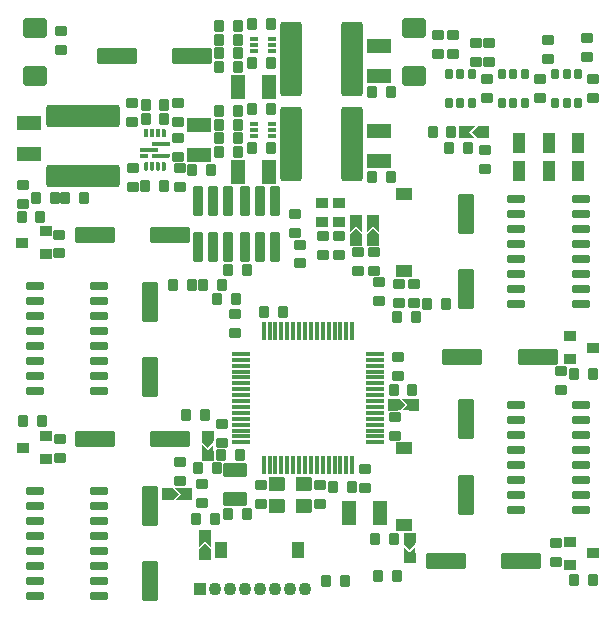
<source format=gts>
G04*
G04 #@! TF.GenerationSoftware,Altium Limited,Altium Designer,24.9.1 (31)*
G04*
G04 Layer_Color=8388736*
%FSLAX44Y44*%
%MOMM*%
G71*
G04*
G04 #@! TF.SameCoordinates,22428939-7FEC-4B67-BCAF-D19850B6772B*
G04*
G04*
G04 #@! TF.FilePolarity,Negative*
G04*
G01*
G75*
G04:AMPARAMS|DCode=39|XSize=0.78mm|YSize=0.98mm|CornerRadius=0.075mm|HoleSize=0mm|Usage=FLASHONLY|Rotation=180.000|XOffset=0mm|YOffset=0mm|HoleType=Round|Shape=RoundedRectangle|*
%AMROUNDEDRECTD39*
21,1,0.7800,0.8300,0,0,180.0*
21,1,0.6300,0.9800,0,0,180.0*
1,1,0.1500,-0.3150,0.4150*
1,1,0.1500,0.3150,0.4150*
1,1,0.1500,0.3150,-0.4150*
1,1,0.1500,-0.3150,-0.4150*
%
%ADD39ROUNDEDRECTD39*%
G04:AMPARAMS|DCode=40|XSize=3.38mm|YSize=1.38mm|CornerRadius=0.105mm|HoleSize=0mm|Usage=FLASHONLY|Rotation=180.000|XOffset=0mm|YOffset=0mm|HoleType=Round|Shape=RoundedRectangle|*
%AMROUNDEDRECTD40*
21,1,3.3800,1.1700,0,0,180.0*
21,1,3.1700,1.3800,0,0,180.0*
1,1,0.2100,-1.5850,0.5850*
1,1,0.2100,1.5850,0.5850*
1,1,0.2100,1.5850,-0.5850*
1,1,0.2100,-1.5850,-0.5850*
%
%ADD40ROUNDEDRECTD40*%
G04:AMPARAMS|DCode=41|XSize=0.38mm|YSize=0.75mm|CornerRadius=0.0775mm|HoleSize=0mm|Usage=FLASHONLY|Rotation=270.000|XOffset=0mm|YOffset=0mm|HoleType=Round|Shape=RoundedRectangle|*
%AMROUNDEDRECTD41*
21,1,0.3800,0.5950,0,0,270.0*
21,1,0.2250,0.7500,0,0,270.0*
1,1,0.1550,-0.2975,-0.1125*
1,1,0.1550,-0.2975,0.1125*
1,1,0.1550,0.2975,0.1125*
1,1,0.1550,0.2975,-0.1125*
%
%ADD41ROUNDEDRECTD41*%
G04:AMPARAMS|DCode=42|XSize=0.8928mm|YSize=0.98mm|CornerRadius=0.0806mm|HoleSize=0mm|Usage=FLASHONLY|Rotation=180.000|XOffset=0mm|YOffset=0mm|HoleType=Round|Shape=RoundedRectangle|*
%AMROUNDEDRECTD42*
21,1,0.8928,0.8187,0,0,180.0*
21,1,0.7315,0.9800,0,0,180.0*
1,1,0.1613,-0.3658,0.4094*
1,1,0.1613,0.3658,0.4094*
1,1,0.1613,0.3658,-0.4094*
1,1,0.1613,-0.3658,-0.4094*
%
%ADD42ROUNDEDRECTD42*%
G04:AMPARAMS|DCode=43|XSize=0.8928mm|YSize=0.98mm|CornerRadius=0.0806mm|HoleSize=0mm|Usage=FLASHONLY|Rotation=90.000|XOffset=0mm|YOffset=0mm|HoleType=Round|Shape=RoundedRectangle|*
%AMROUNDEDRECTD43*
21,1,0.8928,0.8187,0,0,90.0*
21,1,0.7315,0.9800,0,0,90.0*
1,1,0.1613,0.4094,0.3658*
1,1,0.1613,0.4094,-0.3658*
1,1,0.1613,-0.4094,-0.3658*
1,1,0.1613,-0.4094,0.3658*
%
%ADD43ROUNDEDRECTD43*%
G04:AMPARAMS|DCode=44|XSize=3.38mm|YSize=1.38mm|CornerRadius=0.105mm|HoleSize=0mm|Usage=FLASHONLY|Rotation=90.000|XOffset=0mm|YOffset=0mm|HoleType=Round|Shape=RoundedRectangle|*
%AMROUNDEDRECTD44*
21,1,3.3800,1.1700,0,0,90.0*
21,1,3.1700,1.3800,0,0,90.0*
1,1,0.2100,0.5850,1.5850*
1,1,0.2100,0.5850,-1.5850*
1,1,0.2100,-0.5850,-1.5850*
1,1,0.2100,-0.5850,1.5850*
%
%ADD44ROUNDEDRECTD44*%
G04:AMPARAMS|DCode=45|XSize=1.23mm|YSize=1.98mm|CornerRadius=0.0975mm|HoleSize=0mm|Usage=FLASHONLY|Rotation=270.000|XOffset=0mm|YOffset=0mm|HoleType=Round|Shape=RoundedRectangle|*
%AMROUNDEDRECTD45*
21,1,1.2300,1.7850,0,0,270.0*
21,1,1.0350,1.9800,0,0,270.0*
1,1,0.1950,-0.8925,-0.5175*
1,1,0.1950,-0.8925,0.5175*
1,1,0.1950,0.8925,0.5175*
1,1,0.1950,0.8925,-0.5175*
%
%ADD45ROUNDEDRECTD45*%
G04:AMPARAMS|DCode=46|XSize=1.38mm|YSize=1.18mm|CornerRadius=0.095mm|HoleSize=0mm|Usage=FLASHONLY|Rotation=180.000|XOffset=0mm|YOffset=0mm|HoleType=Round|Shape=RoundedRectangle|*
%AMROUNDEDRECTD46*
21,1,1.3800,0.9900,0,0,180.0*
21,1,1.1900,1.1800,0,0,180.0*
1,1,0.1900,-0.5950,0.4950*
1,1,0.1900,0.5950,0.4950*
1,1,0.1900,0.5950,-0.4950*
1,1,0.1900,-0.5950,-0.4950*
%
%ADD46ROUNDEDRECTD46*%
G04:AMPARAMS|DCode=47|XSize=0.68mm|YSize=1.53mm|CornerRadius=0.115mm|HoleSize=0mm|Usage=FLASHONLY|Rotation=90.000|XOffset=0mm|YOffset=0mm|HoleType=Round|Shape=RoundedRectangle|*
%AMROUNDEDRECTD47*
21,1,0.6800,1.3000,0,0,90.0*
21,1,0.4500,1.5300,0,0,90.0*
1,1,0.2300,0.6500,0.2250*
1,1,0.2300,0.6500,-0.2250*
1,1,0.2300,-0.6500,-0.2250*
1,1,0.2300,-0.6500,0.2250*
%
%ADD47ROUNDEDRECTD47*%
G04:AMPARAMS|DCode=48|XSize=0.63mm|YSize=0.88mm|CornerRadius=0.1088mm|HoleSize=0mm|Usage=FLASHONLY|Rotation=0.000|XOffset=0mm|YOffset=0mm|HoleType=Round|Shape=RoundedRectangle|*
%AMROUNDEDRECTD48*
21,1,0.6300,0.6625,0,0,0.0*
21,1,0.4125,0.8800,0,0,0.0*
1,1,0.2175,0.2063,-0.3313*
1,1,0.2175,-0.2063,-0.3313*
1,1,0.2175,-0.2063,0.3313*
1,1,0.2175,0.2063,0.3313*
%
%ADD48ROUNDEDRECTD48*%
G04:AMPARAMS|DCode=49|XSize=1.55mm|YSize=0.38mm|CornerRadius=0.0775mm|HoleSize=0mm|Usage=FLASHONLY|Rotation=90.000|XOffset=0mm|YOffset=0mm|HoleType=Round|Shape=RoundedRectangle|*
%AMROUNDEDRECTD49*
21,1,1.5500,0.2250,0,0,90.0*
21,1,1.3950,0.3800,0,0,90.0*
1,1,0.1550,0.1125,0.6975*
1,1,0.1550,0.1125,-0.6975*
1,1,0.1550,-0.1125,-0.6975*
1,1,0.1550,-0.1125,0.6975*
%
%ADD49ROUNDEDRECTD49*%
G04:AMPARAMS|DCode=50|XSize=0.38mm|YSize=1.55mm|CornerRadius=0.0775mm|HoleSize=0mm|Usage=FLASHONLY|Rotation=90.000|XOffset=0mm|YOffset=0mm|HoleType=Round|Shape=RoundedRectangle|*
%AMROUNDEDRECTD50*
21,1,0.3800,1.3950,0,0,90.0*
21,1,0.2250,1.5500,0,0,90.0*
1,1,0.1550,0.6975,0.1125*
1,1,0.1550,0.6975,-0.1125*
1,1,0.1550,-0.6975,-0.1125*
1,1,0.1550,-0.6975,0.1125*
%
%ADD50ROUNDEDRECTD50*%
%ADD51R,1.0800X1.6800*%
%ADD52R,1.4800X0.9800*%
%ADD53R,0.9800X1.4800*%
G04:AMPARAMS|DCode=54|XSize=0.78mm|YSize=0.98mm|CornerRadius=0.075mm|HoleSize=0mm|Usage=FLASHONLY|Rotation=90.000|XOffset=0mm|YOffset=0mm|HoleType=Round|Shape=RoundedRectangle|*
%AMROUNDEDRECTD54*
21,1,0.7800,0.8300,0,0,90.0*
21,1,0.6300,0.9800,0,0,90.0*
1,1,0.1500,0.4150,0.3150*
1,1,0.1500,0.4150,-0.3150*
1,1,0.1500,-0.4150,-0.3150*
1,1,0.1500,-0.4150,0.3150*
%
%ADD54ROUNDEDRECTD54*%
G04:AMPARAMS|DCode=55|XSize=0.88mm|YSize=1.08mm|CornerRadius=0.08mm|HoleSize=0mm|Usage=FLASHONLY|Rotation=270.000|XOffset=0mm|YOffset=0mm|HoleType=Round|Shape=RoundedRectangle|*
%AMROUNDEDRECTD55*
21,1,0.8800,0.9200,0,0,270.0*
21,1,0.7200,1.0800,0,0,270.0*
1,1,0.1600,-0.4600,-0.3600*
1,1,0.1600,-0.4600,0.3600*
1,1,0.1600,0.4600,0.3600*
1,1,0.1600,0.4600,-0.3600*
%
%ADD55ROUNDEDRECTD55*%
G04:AMPARAMS|DCode=56|XSize=6.28mm|YSize=1.88mm|CornerRadius=0.265mm|HoleSize=0mm|Usage=FLASHONLY|Rotation=90.000|XOffset=0mm|YOffset=0mm|HoleType=Round|Shape=RoundedRectangle|*
%AMROUNDEDRECTD56*
21,1,6.2800,1.3500,0,0,90.0*
21,1,5.7500,1.8800,0,0,90.0*
1,1,0.5300,0.6750,2.8750*
1,1,0.5300,0.6750,-2.8750*
1,1,0.5300,-0.6750,-2.8750*
1,1,0.5300,-0.6750,2.8750*
%
%ADD56ROUNDEDRECTD56*%
G04:AMPARAMS|DCode=57|XSize=6.28mm|YSize=1.88mm|CornerRadius=0.265mm|HoleSize=0mm|Usage=FLASHONLY|Rotation=180.000|XOffset=0mm|YOffset=0mm|HoleType=Round|Shape=RoundedRectangle|*
%AMROUNDEDRECTD57*
21,1,6.2800,1.3500,0,0,180.0*
21,1,5.7500,1.8800,0,0,180.0*
1,1,0.5300,-2.8750,0.6750*
1,1,0.5300,2.8750,0.6750*
1,1,0.5300,2.8750,-0.6750*
1,1,0.5300,-2.8750,-0.6750*
%
%ADD57ROUNDEDRECTD57*%
G04:AMPARAMS|DCode=58|XSize=0.84mm|YSize=2.48mm|CornerRadius=0.135mm|HoleSize=0mm|Usage=FLASHONLY|Rotation=0.000|XOffset=0mm|YOffset=0mm|HoleType=Round|Shape=RoundedRectangle|*
%AMROUNDEDRECTD58*
21,1,0.8400,2.2100,0,0,0.0*
21,1,0.5700,2.4800,0,0,0.0*
1,1,0.2700,0.2850,-1.1050*
1,1,0.2700,-0.2850,-1.1050*
1,1,0.2700,-0.2850,1.1050*
1,1,0.2700,0.2850,1.1050*
%
%ADD58ROUNDEDRECTD58*%
G04:AMPARAMS|DCode=59|XSize=0.88mm|YSize=0.98mm|CornerRadius=0.08mm|HoleSize=0mm|Usage=FLASHONLY|Rotation=90.000|XOffset=0mm|YOffset=0mm|HoleType=Round|Shape=RoundedRectangle|*
%AMROUNDEDRECTD59*
21,1,0.8800,0.8200,0,0,90.0*
21,1,0.7200,0.9800,0,0,90.0*
1,1,0.1600,0.4100,0.3600*
1,1,0.1600,0.4100,-0.3600*
1,1,0.1600,-0.4100,-0.3600*
1,1,0.1600,-0.4100,0.3600*
%
%ADD59ROUNDEDRECTD59*%
G04:AMPARAMS|DCode=60|XSize=1.68mm|YSize=1.98mm|CornerRadius=0.24mm|HoleSize=0mm|Usage=FLASHONLY|Rotation=90.000|XOffset=0mm|YOffset=0mm|HoleType=Round|Shape=RoundedRectangle|*
%AMROUNDEDRECTD60*
21,1,1.6800,1.5000,0,0,90.0*
21,1,1.2000,1.9800,0,0,90.0*
1,1,0.4800,0.7500,0.6000*
1,1,0.4800,0.7500,-0.6000*
1,1,0.4800,-0.7500,-0.6000*
1,1,0.4800,-0.7500,0.6000*
%
%ADD60ROUNDEDRECTD60*%
G04:AMPARAMS|DCode=61|XSize=1.18mm|YSize=2.08mm|CornerRadius=0.095mm|HoleSize=0mm|Usage=FLASHONLY|Rotation=0.000|XOffset=0mm|YOffset=0mm|HoleType=Round|Shape=RoundedRectangle|*
%AMROUNDEDRECTD61*
21,1,1.1800,1.8900,0,0,0.0*
21,1,0.9900,2.0800,0,0,0.0*
1,1,0.1900,0.4950,-0.9450*
1,1,0.1900,-0.4950,-0.9450*
1,1,0.1900,-0.4950,0.9450*
1,1,0.1900,0.4950,0.9450*
%
%ADD61ROUNDEDRECTD61*%
G04:AMPARAMS|DCode=62|XSize=1.18mm|YSize=2.08mm|CornerRadius=0.095mm|HoleSize=0mm|Usage=FLASHONLY|Rotation=270.000|XOffset=0mm|YOffset=0mm|HoleType=Round|Shape=RoundedRectangle|*
%AMROUNDEDRECTD62*
21,1,1.1800,1.8900,0,0,270.0*
21,1,0.9900,2.0800,0,0,270.0*
1,1,0.1900,-0.9450,-0.4950*
1,1,0.1900,-0.9450,0.4950*
1,1,0.1900,0.9450,0.4950*
1,1,0.1900,0.9450,-0.4950*
%
%ADD62ROUNDEDRECTD62*%
%ADD63C,1.0900*%
%ADD64R,1.0900X1.0900*%
G36*
X1128806Y902629D02*
X1128866D01*
X1128916Y902619D01*
X1128966Y902609D01*
X1129016Y902589D01*
X1129066Y902569D01*
X1129116Y902549D01*
X1129156Y902529D01*
X1129206Y902509D01*
X1129246Y902479D01*
X1129296Y902449D01*
X1129336Y902419D01*
X1129376Y902379D01*
X1129416Y902349D01*
X1129446Y902309D01*
X1129486Y902269D01*
X1129516Y902229D01*
X1129546Y902179D01*
X1129576Y902139D01*
X1129596Y902089D01*
X1129616Y902049D01*
X1129636Y901999D01*
X1129656Y901949D01*
X1129676Y901899D01*
X1129686Y901849D01*
X1129696Y901799D01*
Y901739D01*
X1129706Y901689D01*
Y901639D01*
Y896639D01*
Y896589D01*
X1129696Y896539D01*
Y896479D01*
X1129686Y896429D01*
X1129676Y896379D01*
X1129656Y896329D01*
X1129636Y896279D01*
X1129616Y896229D01*
X1129596Y896189D01*
X1129576Y896139D01*
X1129546Y896099D01*
X1129516Y896049D01*
X1129486Y896009D01*
X1129446Y895969D01*
X1129416Y895929D01*
X1129376Y895899D01*
X1129336Y895859D01*
X1129296Y895829D01*
X1129246Y895799D01*
X1129206Y895769D01*
X1129156Y895749D01*
X1129116Y895729D01*
X1129066Y895709D01*
X1129016Y895689D01*
X1128966Y895669D01*
X1128916Y895659D01*
X1128866Y895649D01*
X1128806D01*
X1128756Y895639D01*
X1127156D01*
X1127106Y895649D01*
X1127046D01*
X1126996Y895659D01*
X1126946Y895669D01*
X1126896Y895689D01*
X1126846Y895709D01*
X1126796Y895729D01*
X1126756Y895749D01*
X1126706Y895769D01*
X1126666Y895799D01*
X1126616Y895829D01*
X1126576Y895859D01*
X1126536Y895899D01*
X1126496Y895929D01*
X1126466Y895969D01*
X1126426Y896009D01*
X1126396Y896049D01*
X1126366Y896099D01*
X1126336Y896139D01*
X1126316Y896189D01*
X1126296Y896229D01*
X1126276Y896279D01*
X1126256Y896329D01*
X1126236Y896379D01*
X1126226Y896429D01*
X1126216Y896479D01*
Y896539D01*
X1126206Y896589D01*
Y896639D01*
Y901639D01*
Y901689D01*
X1126216Y901739D01*
Y901799D01*
X1126226Y901849D01*
X1126236Y901899D01*
X1126256Y901949D01*
X1126276Y901999D01*
X1126296Y902049D01*
X1126316Y902089D01*
X1126336Y902139D01*
X1126366Y902179D01*
X1126396Y902229D01*
X1126426Y902269D01*
X1126466Y902309D01*
X1126496Y902349D01*
X1126536Y902379D01*
X1126576Y902419D01*
X1126616Y902449D01*
X1126666Y902479D01*
X1126706Y902509D01*
X1126756Y902529D01*
X1126796Y902549D01*
X1126846Y902569D01*
X1126896Y902589D01*
X1126946Y902609D01*
X1126996Y902619D01*
X1127046Y902629D01*
X1127106D01*
X1127156Y902639D01*
X1128756D01*
X1128806Y902629D01*
D02*
G37*
G36*
X1123806D02*
X1123866D01*
X1123916Y902619D01*
X1123966Y902609D01*
X1124016Y902589D01*
X1124066Y902569D01*
X1124116Y902549D01*
X1124156Y902529D01*
X1124206Y902509D01*
X1124246Y902479D01*
X1124296Y902449D01*
X1124336Y902419D01*
X1124376Y902379D01*
X1124416Y902349D01*
X1124446Y902309D01*
X1124486Y902269D01*
X1124516Y902229D01*
X1124546Y902179D01*
X1124576Y902139D01*
X1124596Y902089D01*
X1124616Y902049D01*
X1124636Y901999D01*
X1124656Y901949D01*
X1124676Y901899D01*
X1124686Y901849D01*
X1124696Y901799D01*
Y901739D01*
X1124706Y901689D01*
Y901639D01*
Y896639D01*
Y896589D01*
X1124696Y896539D01*
Y896479D01*
X1124686Y896429D01*
X1124676Y896379D01*
X1124656Y896329D01*
X1124636Y896279D01*
X1124616Y896229D01*
X1124596Y896189D01*
X1124576Y896139D01*
X1124546Y896099D01*
X1124516Y896049D01*
X1124486Y896009D01*
X1124446Y895969D01*
X1124416Y895929D01*
X1124376Y895899D01*
X1124336Y895859D01*
X1124296Y895829D01*
X1124246Y895799D01*
X1124206Y895769D01*
X1124156Y895749D01*
X1124116Y895729D01*
X1124066Y895709D01*
X1124016Y895689D01*
X1123966Y895669D01*
X1123916Y895659D01*
X1123866Y895649D01*
X1123806D01*
X1123756Y895639D01*
X1122156D01*
X1122106Y895649D01*
X1122046D01*
X1121996Y895659D01*
X1121946Y895669D01*
X1121896Y895689D01*
X1121846Y895709D01*
X1121796Y895729D01*
X1121756Y895749D01*
X1121706Y895769D01*
X1121666Y895799D01*
X1121616Y895829D01*
X1121576Y895859D01*
X1121536Y895899D01*
X1121496Y895929D01*
X1121466Y895969D01*
X1121426Y896009D01*
X1121396Y896049D01*
X1121366Y896099D01*
X1121336Y896139D01*
X1121316Y896189D01*
X1121296Y896229D01*
X1121276Y896279D01*
X1121256Y896329D01*
X1121236Y896379D01*
X1121226Y896429D01*
X1121216Y896479D01*
Y896539D01*
X1121206Y896589D01*
Y896639D01*
Y901639D01*
Y901689D01*
X1121216Y901739D01*
Y901799D01*
X1121226Y901849D01*
X1121236Y901899D01*
X1121256Y901949D01*
X1121276Y901999D01*
X1121296Y902049D01*
X1121316Y902089D01*
X1121336Y902139D01*
X1121366Y902179D01*
X1121396Y902229D01*
X1121426Y902269D01*
X1121466Y902309D01*
X1121496Y902349D01*
X1121536Y902379D01*
X1121576Y902419D01*
X1121616Y902449D01*
X1121666Y902479D01*
X1121706Y902509D01*
X1121756Y902529D01*
X1121796Y902549D01*
X1121846Y902569D01*
X1121896Y902589D01*
X1121946Y902609D01*
X1121996Y902619D01*
X1122046Y902629D01*
X1122106D01*
X1122156Y902639D01*
X1123756D01*
X1123806Y902629D01*
D02*
G37*
G36*
X1118806D02*
X1118866D01*
X1118916Y902619D01*
X1118966Y902609D01*
X1119016Y902589D01*
X1119066Y902569D01*
X1119116Y902549D01*
X1119156Y902529D01*
X1119206Y902509D01*
X1119246Y902479D01*
X1119296Y902449D01*
X1119336Y902419D01*
X1119376Y902379D01*
X1119416Y902349D01*
X1119446Y902309D01*
X1119486Y902269D01*
X1119516Y902229D01*
X1119546Y902179D01*
X1119576Y902139D01*
X1119596Y902089D01*
X1119616Y902049D01*
X1119636Y901999D01*
X1119656Y901949D01*
X1119676Y901899D01*
X1119686Y901849D01*
X1119696Y901799D01*
Y901739D01*
X1119706Y901689D01*
Y901639D01*
Y896639D01*
Y896589D01*
X1119696Y896539D01*
Y896479D01*
X1119686Y896429D01*
X1119676Y896379D01*
X1119656Y896329D01*
X1119636Y896279D01*
X1119616Y896229D01*
X1119596Y896189D01*
X1119576Y896139D01*
X1119546Y896099D01*
X1119516Y896049D01*
X1119486Y896009D01*
X1119446Y895969D01*
X1119416Y895929D01*
X1119376Y895899D01*
X1119336Y895859D01*
X1119296Y895829D01*
X1119246Y895799D01*
X1119206Y895769D01*
X1119156Y895749D01*
X1119116Y895729D01*
X1119066Y895709D01*
X1119016Y895689D01*
X1118966Y895669D01*
X1118916Y895659D01*
X1118866Y895649D01*
X1118806D01*
X1118756Y895639D01*
X1117156D01*
X1117106Y895649D01*
X1117046D01*
X1116996Y895659D01*
X1116946Y895669D01*
X1116896Y895689D01*
X1116846Y895709D01*
X1116796Y895729D01*
X1116756Y895749D01*
X1116706Y895769D01*
X1116666Y895799D01*
X1116616Y895829D01*
X1116576Y895859D01*
X1116536Y895899D01*
X1116496Y895929D01*
X1116466Y895969D01*
X1116426Y896009D01*
X1116396Y896049D01*
X1116366Y896099D01*
X1116336Y896139D01*
X1116316Y896189D01*
X1116296Y896229D01*
X1116276Y896279D01*
X1116256Y896329D01*
X1116236Y896379D01*
X1116226Y896429D01*
X1116216Y896479D01*
Y896539D01*
X1116206Y896589D01*
Y896639D01*
Y901639D01*
Y901689D01*
X1116216Y901739D01*
Y901799D01*
X1116226Y901849D01*
X1116236Y901899D01*
X1116256Y901949D01*
X1116276Y901999D01*
X1116296Y902049D01*
X1116316Y902089D01*
X1116336Y902139D01*
X1116366Y902179D01*
X1116396Y902229D01*
X1116426Y902269D01*
X1116466Y902309D01*
X1116496Y902349D01*
X1116536Y902379D01*
X1116576Y902419D01*
X1116616Y902449D01*
X1116666Y902479D01*
X1116706Y902509D01*
X1116756Y902529D01*
X1116796Y902549D01*
X1116846Y902569D01*
X1116896Y902589D01*
X1116946Y902609D01*
X1116996Y902619D01*
X1117046Y902629D01*
X1117106D01*
X1117156Y902639D01*
X1118756D01*
X1118806Y902629D01*
D02*
G37*
G36*
X1113806D02*
X1113866D01*
X1113916Y902619D01*
X1113966Y902609D01*
X1114016Y902589D01*
X1114066Y902569D01*
X1114116Y902549D01*
X1114156Y902529D01*
X1114206Y902509D01*
X1114246Y902479D01*
X1114296Y902449D01*
X1114336Y902419D01*
X1114376Y902379D01*
X1114416Y902349D01*
X1114446Y902309D01*
X1114486Y902269D01*
X1114516Y902229D01*
X1114546Y902179D01*
X1114576Y902139D01*
X1114596Y902089D01*
X1114616Y902049D01*
X1114636Y901999D01*
X1114656Y901949D01*
X1114676Y901899D01*
X1114686Y901849D01*
X1114696Y901799D01*
Y901739D01*
X1114706Y901689D01*
Y901639D01*
Y896639D01*
Y896589D01*
X1114696Y896539D01*
Y896479D01*
X1114686Y896429D01*
X1114676Y896379D01*
X1114656Y896329D01*
X1114636Y896279D01*
X1114616Y896229D01*
X1114596Y896189D01*
X1114576Y896139D01*
X1114546Y896099D01*
X1114516Y896049D01*
X1114486Y896009D01*
X1114446Y895969D01*
X1114416Y895929D01*
X1114376Y895899D01*
X1114336Y895859D01*
X1114296Y895829D01*
X1114246Y895799D01*
X1114206Y895769D01*
X1114156Y895749D01*
X1114116Y895729D01*
X1114066Y895709D01*
X1114016Y895689D01*
X1113966Y895669D01*
X1113916Y895659D01*
X1113866Y895649D01*
X1113806D01*
X1113756Y895639D01*
X1112156D01*
X1112106Y895649D01*
X1112046D01*
X1111996Y895659D01*
X1111946Y895669D01*
X1111896Y895689D01*
X1111846Y895709D01*
X1111796Y895729D01*
X1111756Y895749D01*
X1111706Y895769D01*
X1111666Y895799D01*
X1111616Y895829D01*
X1111576Y895859D01*
X1111536Y895899D01*
X1111496Y895929D01*
X1111466Y895969D01*
X1111426Y896009D01*
X1111396Y896049D01*
X1111366Y896099D01*
X1111336Y896139D01*
X1111316Y896189D01*
X1111296Y896229D01*
X1111276Y896279D01*
X1111256Y896329D01*
X1111236Y896379D01*
X1111226Y896429D01*
X1111216Y896479D01*
Y896539D01*
X1111206Y896589D01*
Y896639D01*
Y901639D01*
Y901689D01*
X1111216Y901739D01*
Y901799D01*
X1111226Y901849D01*
X1111236Y901899D01*
X1111256Y901949D01*
X1111276Y901999D01*
X1111296Y902049D01*
X1111316Y902089D01*
X1111336Y902139D01*
X1111366Y902179D01*
X1111396Y902229D01*
X1111426Y902269D01*
X1111466Y902309D01*
X1111496Y902349D01*
X1111536Y902379D01*
X1111576Y902419D01*
X1111616Y902449D01*
X1111666Y902479D01*
X1111706Y902509D01*
X1111756Y902529D01*
X1111796Y902549D01*
X1111846Y902569D01*
X1111896Y902589D01*
X1111946Y902609D01*
X1111996Y902619D01*
X1112046Y902629D01*
X1112106D01*
X1112156Y902639D01*
X1113756D01*
X1113806Y902629D01*
D02*
G37*
G36*
X1397336Y895600D02*
X1393700D01*
X1388700Y900500D01*
X1393703Y905400D01*
X1397336D01*
Y895600D01*
D02*
G37*
G36*
X1386689Y900500D02*
X1391689Y895600D01*
X1383132D01*
Y900500D01*
Y905400D01*
X1391689D01*
X1386689Y900500D01*
D02*
G37*
G36*
X1132056Y891879D02*
X1132116D01*
X1132166Y891869D01*
X1132216Y891859D01*
X1132266Y891839D01*
X1132316Y891819D01*
X1132366Y891799D01*
X1132406Y891779D01*
X1132456Y891759D01*
X1132496Y891729D01*
X1132546Y891699D01*
X1132586Y891669D01*
X1132626Y891629D01*
X1132666Y891599D01*
X1132696Y891559D01*
X1132736Y891519D01*
X1132766Y891479D01*
X1132796Y891429D01*
X1132826Y891389D01*
X1132846Y891339D01*
X1132866Y891299D01*
X1132886Y891249D01*
X1132906Y891199D01*
X1132926Y891149D01*
X1132936Y891099D01*
X1132946Y891049D01*
Y890989D01*
X1132956Y890939D01*
Y890889D01*
Y889389D01*
Y889339D01*
X1132946Y889289D01*
Y889229D01*
X1132936Y889179D01*
X1132926Y889129D01*
X1132906Y889079D01*
X1132886Y889029D01*
X1132866Y888979D01*
X1132846Y888939D01*
X1132826Y888889D01*
X1132796Y888849D01*
X1132766Y888799D01*
X1132736Y888759D01*
X1132696Y888719D01*
X1132666Y888679D01*
X1132626Y888649D01*
X1132586Y888609D01*
X1132546Y888579D01*
X1132496Y888549D01*
X1132456Y888519D01*
X1132406Y888499D01*
X1132366Y888479D01*
X1132316Y888459D01*
X1132266Y888439D01*
X1132216Y888419D01*
X1132166Y888409D01*
X1132116Y888399D01*
X1132056D01*
X1132006Y888389D01*
X1118906D01*
X1118856Y888399D01*
X1118796D01*
X1118746Y888409D01*
X1118696Y888419D01*
X1118646Y888439D01*
X1118596Y888459D01*
X1118546Y888479D01*
X1118506Y888499D01*
X1118456Y888519D01*
X1118416Y888549D01*
X1118366Y888579D01*
X1118326Y888609D01*
X1118286Y888649D01*
X1118246Y888679D01*
X1118216Y888719D01*
X1118176Y888759D01*
X1118146Y888799D01*
X1118116Y888849D01*
X1118086Y888889D01*
X1118066Y888939D01*
X1118046Y888979D01*
X1118026Y889029D01*
X1118006Y889079D01*
X1117986Y889129D01*
X1117976Y889179D01*
X1117966Y889229D01*
Y889289D01*
X1117956Y889339D01*
Y889389D01*
Y890889D01*
Y890939D01*
X1117966Y890989D01*
Y891049D01*
X1117976Y891099D01*
X1117986Y891149D01*
X1118006Y891199D01*
X1118026Y891249D01*
X1118046Y891299D01*
X1118066Y891339D01*
X1118086Y891389D01*
X1118116Y891429D01*
X1118146Y891479D01*
X1118176Y891519D01*
X1118216Y891559D01*
X1118246Y891599D01*
X1118286Y891629D01*
X1118326Y891669D01*
X1118366Y891699D01*
X1118416Y891729D01*
X1118456Y891759D01*
X1118506Y891779D01*
X1118546Y891799D01*
X1118596Y891819D01*
X1118646Y891839D01*
X1118696Y891859D01*
X1118746Y891869D01*
X1118796Y891879D01*
X1118856D01*
X1118906Y891889D01*
X1132006D01*
X1132056Y891879D01*
D02*
G37*
G36*
X1122056Y886879D02*
X1122116D01*
X1122166Y886869D01*
X1122216Y886859D01*
X1122266Y886839D01*
X1122316Y886819D01*
X1122366Y886799D01*
X1122406Y886779D01*
X1122456Y886759D01*
X1122496Y886729D01*
X1122546Y886699D01*
X1122586Y886669D01*
X1122626Y886629D01*
X1122666Y886599D01*
X1122696Y886559D01*
X1122736Y886519D01*
X1122766Y886479D01*
X1122796Y886429D01*
X1122826Y886389D01*
X1122846Y886339D01*
X1122866Y886299D01*
X1122886Y886249D01*
X1122906Y886199D01*
X1122926Y886149D01*
X1122936Y886099D01*
X1122946Y886049D01*
Y885989D01*
X1122956Y885939D01*
Y885889D01*
Y884389D01*
Y884339D01*
X1122946Y884289D01*
Y884229D01*
X1122936Y884179D01*
X1122926Y884129D01*
X1122906Y884079D01*
X1122886Y884029D01*
X1122866Y883979D01*
X1122846Y883939D01*
X1122826Y883889D01*
X1122796Y883849D01*
X1122766Y883799D01*
X1122736Y883759D01*
X1122696Y883719D01*
X1122666Y883679D01*
X1122626Y883649D01*
X1122586Y883609D01*
X1122546Y883579D01*
X1122496Y883549D01*
X1122456Y883519D01*
X1122406Y883499D01*
X1122366Y883479D01*
X1122316Y883459D01*
X1122266Y883439D01*
X1122216Y883419D01*
X1122166Y883409D01*
X1122116Y883399D01*
X1122056D01*
X1122006Y883389D01*
X1108906D01*
X1108856Y883399D01*
X1108796D01*
X1108746Y883409D01*
X1108696Y883419D01*
X1108646Y883439D01*
X1108596Y883459D01*
X1108546Y883479D01*
X1108506Y883499D01*
X1108456Y883519D01*
X1108416Y883549D01*
X1108366Y883579D01*
X1108326Y883609D01*
X1108286Y883649D01*
X1108246Y883679D01*
X1108216Y883719D01*
X1108176Y883759D01*
X1108146Y883799D01*
X1108116Y883849D01*
X1108086Y883889D01*
X1108066Y883939D01*
X1108046Y883979D01*
X1108026Y884029D01*
X1108006Y884079D01*
X1107986Y884129D01*
X1107976Y884179D01*
X1107966Y884229D01*
Y884289D01*
X1107956Y884339D01*
Y884389D01*
Y885889D01*
Y885939D01*
X1107966Y885989D01*
Y886049D01*
X1107976Y886099D01*
X1107986Y886149D01*
X1108006Y886199D01*
X1108026Y886249D01*
X1108046Y886299D01*
X1108066Y886339D01*
X1108086Y886389D01*
X1108116Y886429D01*
X1108146Y886479D01*
X1108176Y886519D01*
X1108216Y886559D01*
X1108246Y886599D01*
X1108286Y886629D01*
X1108326Y886669D01*
X1108366Y886699D01*
X1108416Y886729D01*
X1108456Y886759D01*
X1108506Y886779D01*
X1108546Y886799D01*
X1108596Y886819D01*
X1108646Y886839D01*
X1108696Y886859D01*
X1108746Y886869D01*
X1108796Y886879D01*
X1108856D01*
X1108906Y886889D01*
X1122006D01*
X1122056Y886879D01*
D02*
G37*
G36*
X1132056Y881879D02*
X1132116D01*
X1132166Y881869D01*
X1132216Y881859D01*
X1132266Y881839D01*
X1132316Y881819D01*
X1132366Y881799D01*
X1132406Y881779D01*
X1132456Y881759D01*
X1132496Y881729D01*
X1132546Y881699D01*
X1132586Y881669D01*
X1132626Y881629D01*
X1132666Y881599D01*
X1132696Y881559D01*
X1132736Y881519D01*
X1132766Y881479D01*
X1132796Y881429D01*
X1132826Y881389D01*
X1132846Y881339D01*
X1132866Y881299D01*
X1132886Y881249D01*
X1132906Y881199D01*
X1132926Y881149D01*
X1132936Y881099D01*
X1132946Y881049D01*
Y880989D01*
X1132956Y880939D01*
Y880889D01*
Y879389D01*
Y879339D01*
X1132946Y879289D01*
Y879229D01*
X1132936Y879179D01*
X1132926Y879129D01*
X1132906Y879079D01*
X1132886Y879029D01*
X1132866Y878979D01*
X1132846Y878939D01*
X1132826Y878889D01*
X1132796Y878849D01*
X1132766Y878799D01*
X1132736Y878759D01*
X1132696Y878719D01*
X1132666Y878679D01*
X1132626Y878649D01*
X1132586Y878609D01*
X1132546Y878579D01*
X1132496Y878549D01*
X1132456Y878519D01*
X1132406Y878499D01*
X1132366Y878479D01*
X1132316Y878459D01*
X1132266Y878439D01*
X1132216Y878419D01*
X1132166Y878409D01*
X1132116Y878399D01*
X1132056D01*
X1132006Y878389D01*
X1118906D01*
X1118856Y878399D01*
X1118796D01*
X1118746Y878409D01*
X1118696Y878419D01*
X1118646Y878439D01*
X1118596Y878459D01*
X1118546Y878479D01*
X1118506Y878499D01*
X1118456Y878519D01*
X1118416Y878549D01*
X1118366Y878579D01*
X1118326Y878609D01*
X1118286Y878649D01*
X1118246Y878679D01*
X1118216Y878719D01*
X1118176Y878759D01*
X1118146Y878799D01*
X1118116Y878849D01*
X1118086Y878889D01*
X1118066Y878939D01*
X1118046Y878979D01*
X1118026Y879029D01*
X1118006Y879079D01*
X1117986Y879129D01*
X1117976Y879179D01*
X1117966Y879229D01*
Y879289D01*
X1117956Y879339D01*
Y879389D01*
Y880889D01*
Y880939D01*
X1117966Y880989D01*
Y881049D01*
X1117976Y881099D01*
X1117986Y881149D01*
X1118006Y881199D01*
X1118026Y881249D01*
X1118046Y881299D01*
X1118066Y881339D01*
X1118086Y881389D01*
X1118116Y881429D01*
X1118146Y881479D01*
X1118176Y881519D01*
X1118216Y881559D01*
X1118246Y881599D01*
X1118286Y881629D01*
X1118326Y881669D01*
X1118366Y881699D01*
X1118416Y881729D01*
X1118456Y881759D01*
X1118506Y881779D01*
X1118546Y881799D01*
X1118596Y881819D01*
X1118646Y881839D01*
X1118696Y881859D01*
X1118746Y881869D01*
X1118796Y881879D01*
X1118856D01*
X1118906Y881889D01*
X1132006D01*
X1132056Y881879D01*
D02*
G37*
G36*
X1114056D02*
X1114116D01*
X1114166Y881869D01*
X1114216Y881859D01*
X1114266Y881839D01*
X1114316Y881819D01*
X1114366Y881799D01*
X1114406Y881779D01*
X1114456Y881759D01*
X1114496Y881729D01*
X1114546Y881699D01*
X1114586Y881669D01*
X1114626Y881629D01*
X1114666Y881599D01*
X1114696Y881559D01*
X1114736Y881519D01*
X1114766Y881479D01*
X1114796Y881429D01*
X1114826Y881389D01*
X1114846Y881339D01*
X1114866Y881299D01*
X1114886Y881249D01*
X1114906Y881199D01*
X1114926Y881149D01*
X1114936Y881099D01*
X1114946Y881049D01*
Y880989D01*
X1114956Y880939D01*
Y880889D01*
Y879389D01*
Y879339D01*
X1114946Y879289D01*
Y879229D01*
X1114936Y879179D01*
X1114926Y879129D01*
X1114906Y879079D01*
X1114886Y879029D01*
X1114866Y878979D01*
X1114846Y878939D01*
X1114826Y878889D01*
X1114796Y878849D01*
X1114766Y878799D01*
X1114736Y878759D01*
X1114696Y878719D01*
X1114666Y878679D01*
X1114626Y878649D01*
X1114586Y878609D01*
X1114546Y878579D01*
X1114496Y878549D01*
X1114456Y878519D01*
X1114406Y878499D01*
X1114366Y878479D01*
X1114316Y878459D01*
X1114266Y878439D01*
X1114216Y878419D01*
X1114166Y878409D01*
X1114116Y878399D01*
X1114056D01*
X1114006Y878389D01*
X1108906D01*
X1108856Y878399D01*
X1108796D01*
X1108746Y878409D01*
X1108696Y878419D01*
X1108646Y878439D01*
X1108596Y878459D01*
X1108546Y878479D01*
X1108506Y878499D01*
X1108456Y878519D01*
X1108416Y878549D01*
X1108366Y878579D01*
X1108326Y878609D01*
X1108286Y878649D01*
X1108246Y878679D01*
X1108216Y878719D01*
X1108176Y878759D01*
X1108146Y878799D01*
X1108116Y878849D01*
X1108086Y878889D01*
X1108066Y878939D01*
X1108046Y878979D01*
X1108026Y879029D01*
X1108006Y879079D01*
X1107986Y879129D01*
X1107976Y879179D01*
X1107966Y879229D01*
Y879289D01*
X1107956Y879339D01*
Y879389D01*
Y880889D01*
Y880939D01*
X1107966Y880989D01*
Y881049D01*
X1107976Y881099D01*
X1107986Y881149D01*
X1108006Y881199D01*
X1108026Y881249D01*
X1108046Y881299D01*
X1108066Y881339D01*
X1108086Y881389D01*
X1108116Y881429D01*
X1108146Y881479D01*
X1108176Y881519D01*
X1108216Y881559D01*
X1108246Y881599D01*
X1108286Y881629D01*
X1108326Y881669D01*
X1108366Y881699D01*
X1108416Y881729D01*
X1108456Y881759D01*
X1108506Y881779D01*
X1108546Y881799D01*
X1108596Y881819D01*
X1108646Y881839D01*
X1108696Y881859D01*
X1108746Y881869D01*
X1108796Y881879D01*
X1108856D01*
X1108906Y881889D01*
X1114006D01*
X1114056Y881879D01*
D02*
G37*
G36*
X1128806Y874629D02*
X1128866D01*
X1128916Y874619D01*
X1128966Y874609D01*
X1129016Y874589D01*
X1129066Y874569D01*
X1129116Y874549D01*
X1129156Y874529D01*
X1129206Y874509D01*
X1129246Y874479D01*
X1129296Y874449D01*
X1129336Y874419D01*
X1129376Y874379D01*
X1129416Y874349D01*
X1129446Y874309D01*
X1129486Y874269D01*
X1129516Y874229D01*
X1129546Y874179D01*
X1129576Y874139D01*
X1129596Y874089D01*
X1129616Y874049D01*
X1129636Y873999D01*
X1129656Y873949D01*
X1129676Y873899D01*
X1129686Y873849D01*
X1129696Y873799D01*
Y873739D01*
X1129706Y873689D01*
Y873639D01*
Y868639D01*
Y868589D01*
X1129696Y868539D01*
Y868479D01*
X1129686Y868429D01*
X1129676Y868379D01*
X1129656Y868329D01*
X1129636Y868279D01*
X1129616Y868229D01*
X1129596Y868189D01*
X1129576Y868139D01*
X1129546Y868099D01*
X1129516Y868049D01*
X1129486Y868009D01*
X1129446Y867969D01*
X1129416Y867929D01*
X1129376Y867899D01*
X1129336Y867859D01*
X1129296Y867829D01*
X1129246Y867799D01*
X1129206Y867769D01*
X1129156Y867749D01*
X1129116Y867729D01*
X1129066Y867709D01*
X1129016Y867689D01*
X1128966Y867669D01*
X1128916Y867659D01*
X1128866Y867649D01*
X1128806D01*
X1128756Y867639D01*
X1127156D01*
X1127106Y867649D01*
X1127046D01*
X1126996Y867659D01*
X1126946Y867669D01*
X1126896Y867689D01*
X1126846Y867709D01*
X1126796Y867729D01*
X1126756Y867749D01*
X1126706Y867769D01*
X1126666Y867799D01*
X1126616Y867829D01*
X1126576Y867859D01*
X1126536Y867899D01*
X1126496Y867929D01*
X1126466Y867969D01*
X1126426Y868009D01*
X1126396Y868049D01*
X1126366Y868099D01*
X1126336Y868139D01*
X1126316Y868189D01*
X1126296Y868229D01*
X1126276Y868279D01*
X1126256Y868329D01*
X1126236Y868379D01*
X1126226Y868429D01*
X1126216Y868479D01*
Y868539D01*
X1126206Y868589D01*
Y868639D01*
Y873639D01*
Y873689D01*
X1126216Y873739D01*
Y873799D01*
X1126226Y873849D01*
X1126236Y873899D01*
X1126256Y873949D01*
X1126276Y873999D01*
X1126296Y874049D01*
X1126316Y874089D01*
X1126336Y874139D01*
X1126366Y874179D01*
X1126396Y874229D01*
X1126426Y874269D01*
X1126466Y874309D01*
X1126496Y874349D01*
X1126536Y874379D01*
X1126576Y874419D01*
X1126616Y874449D01*
X1126666Y874479D01*
X1126706Y874509D01*
X1126756Y874529D01*
X1126796Y874549D01*
X1126846Y874569D01*
X1126896Y874589D01*
X1126946Y874609D01*
X1126996Y874619D01*
X1127046Y874629D01*
X1127106D01*
X1127156Y874639D01*
X1128756D01*
X1128806Y874629D01*
D02*
G37*
G36*
X1123806D02*
X1123866D01*
X1123916Y874619D01*
X1123966Y874609D01*
X1124016Y874589D01*
X1124066Y874569D01*
X1124116Y874549D01*
X1124156Y874529D01*
X1124206Y874509D01*
X1124246Y874479D01*
X1124296Y874449D01*
X1124336Y874419D01*
X1124376Y874379D01*
X1124416Y874349D01*
X1124446Y874309D01*
X1124486Y874269D01*
X1124516Y874229D01*
X1124546Y874179D01*
X1124576Y874139D01*
X1124596Y874089D01*
X1124616Y874049D01*
X1124636Y873999D01*
X1124656Y873949D01*
X1124676Y873899D01*
X1124686Y873849D01*
X1124696Y873799D01*
Y873739D01*
X1124706Y873689D01*
Y873639D01*
Y868639D01*
Y868589D01*
X1124696Y868539D01*
Y868479D01*
X1124686Y868429D01*
X1124676Y868379D01*
X1124656Y868329D01*
X1124636Y868279D01*
X1124616Y868229D01*
X1124596Y868189D01*
X1124576Y868139D01*
X1124546Y868099D01*
X1124516Y868049D01*
X1124486Y868009D01*
X1124446Y867969D01*
X1124416Y867929D01*
X1124376Y867899D01*
X1124336Y867859D01*
X1124296Y867829D01*
X1124246Y867799D01*
X1124206Y867769D01*
X1124156Y867749D01*
X1124116Y867729D01*
X1124066Y867709D01*
X1124016Y867689D01*
X1123966Y867669D01*
X1123916Y867659D01*
X1123866Y867649D01*
X1123806D01*
X1123756Y867639D01*
X1122156D01*
X1122106Y867649D01*
X1122046D01*
X1121996Y867659D01*
X1121946Y867669D01*
X1121896Y867689D01*
X1121846Y867709D01*
X1121796Y867729D01*
X1121756Y867749D01*
X1121706Y867769D01*
X1121666Y867799D01*
X1121616Y867829D01*
X1121576Y867859D01*
X1121536Y867899D01*
X1121496Y867929D01*
X1121466Y867969D01*
X1121426Y868009D01*
X1121396Y868049D01*
X1121366Y868099D01*
X1121336Y868139D01*
X1121316Y868189D01*
X1121296Y868229D01*
X1121276Y868279D01*
X1121256Y868329D01*
X1121236Y868379D01*
X1121226Y868429D01*
X1121216Y868479D01*
Y868539D01*
X1121206Y868589D01*
Y868639D01*
Y873639D01*
Y873689D01*
X1121216Y873739D01*
Y873799D01*
X1121226Y873849D01*
X1121236Y873899D01*
X1121256Y873949D01*
X1121276Y873999D01*
X1121296Y874049D01*
X1121316Y874089D01*
X1121336Y874139D01*
X1121366Y874179D01*
X1121396Y874229D01*
X1121426Y874269D01*
X1121466Y874309D01*
X1121496Y874349D01*
X1121536Y874379D01*
X1121576Y874419D01*
X1121616Y874449D01*
X1121666Y874479D01*
X1121706Y874509D01*
X1121756Y874529D01*
X1121796Y874549D01*
X1121846Y874569D01*
X1121896Y874589D01*
X1121946Y874609D01*
X1121996Y874619D01*
X1122046Y874629D01*
X1122106D01*
X1122156Y874639D01*
X1123756D01*
X1123806Y874629D01*
D02*
G37*
G36*
X1118806D02*
X1118866D01*
X1118916Y874619D01*
X1118966Y874609D01*
X1119016Y874589D01*
X1119066Y874569D01*
X1119116Y874549D01*
X1119156Y874529D01*
X1119206Y874509D01*
X1119246Y874479D01*
X1119296Y874449D01*
X1119336Y874419D01*
X1119376Y874379D01*
X1119416Y874349D01*
X1119446Y874309D01*
X1119486Y874269D01*
X1119516Y874229D01*
X1119546Y874179D01*
X1119576Y874139D01*
X1119596Y874089D01*
X1119616Y874049D01*
X1119636Y873999D01*
X1119656Y873949D01*
X1119676Y873899D01*
X1119686Y873849D01*
X1119696Y873799D01*
Y873739D01*
X1119706Y873689D01*
Y873639D01*
Y868639D01*
Y868589D01*
X1119696Y868539D01*
Y868479D01*
X1119686Y868429D01*
X1119676Y868379D01*
X1119656Y868329D01*
X1119636Y868279D01*
X1119616Y868229D01*
X1119596Y868189D01*
X1119576Y868139D01*
X1119546Y868099D01*
X1119516Y868049D01*
X1119486Y868009D01*
X1119446Y867969D01*
X1119416Y867929D01*
X1119376Y867899D01*
X1119336Y867859D01*
X1119296Y867829D01*
X1119246Y867799D01*
X1119206Y867769D01*
X1119156Y867749D01*
X1119116Y867729D01*
X1119066Y867709D01*
X1119016Y867689D01*
X1118966Y867669D01*
X1118916Y867659D01*
X1118866Y867649D01*
X1118806D01*
X1118756Y867639D01*
X1117156D01*
X1117106Y867649D01*
X1117046D01*
X1116996Y867659D01*
X1116946Y867669D01*
X1116896Y867689D01*
X1116846Y867709D01*
X1116796Y867729D01*
X1116756Y867749D01*
X1116706Y867769D01*
X1116666Y867799D01*
X1116616Y867829D01*
X1116576Y867859D01*
X1116536Y867899D01*
X1116496Y867929D01*
X1116466Y867969D01*
X1116426Y868009D01*
X1116396Y868049D01*
X1116366Y868099D01*
X1116336Y868139D01*
X1116316Y868189D01*
X1116296Y868229D01*
X1116276Y868279D01*
X1116256Y868329D01*
X1116236Y868379D01*
X1116226Y868429D01*
X1116216Y868479D01*
Y868539D01*
X1116206Y868589D01*
Y868639D01*
Y873639D01*
Y873689D01*
X1116216Y873739D01*
Y873799D01*
X1116226Y873849D01*
X1116236Y873899D01*
X1116256Y873949D01*
X1116276Y873999D01*
X1116296Y874049D01*
X1116316Y874089D01*
X1116336Y874139D01*
X1116366Y874179D01*
X1116396Y874229D01*
X1116426Y874269D01*
X1116466Y874309D01*
X1116496Y874349D01*
X1116536Y874379D01*
X1116576Y874419D01*
X1116616Y874449D01*
X1116666Y874479D01*
X1116706Y874509D01*
X1116756Y874529D01*
X1116796Y874549D01*
X1116846Y874569D01*
X1116896Y874589D01*
X1116946Y874609D01*
X1116996Y874619D01*
X1117046Y874629D01*
X1117106D01*
X1117156Y874639D01*
X1118756D01*
X1118806Y874629D01*
D02*
G37*
G36*
X1113806D02*
X1113866D01*
X1113916Y874619D01*
X1113966Y874609D01*
X1114016Y874589D01*
X1114066Y874569D01*
X1114116Y874549D01*
X1114156Y874529D01*
X1114206Y874509D01*
X1114246Y874479D01*
X1114296Y874449D01*
X1114336Y874419D01*
X1114376Y874379D01*
X1114416Y874349D01*
X1114446Y874309D01*
X1114486Y874269D01*
X1114516Y874229D01*
X1114546Y874179D01*
X1114576Y874139D01*
X1114596Y874089D01*
X1114616Y874049D01*
X1114636Y873999D01*
X1114656Y873949D01*
X1114676Y873899D01*
X1114686Y873849D01*
X1114696Y873799D01*
Y873739D01*
X1114706Y873689D01*
Y873639D01*
Y868639D01*
Y868589D01*
X1114696Y868539D01*
Y868479D01*
X1114686Y868429D01*
X1114676Y868379D01*
X1114656Y868329D01*
X1114636Y868279D01*
X1114616Y868229D01*
X1114596Y868189D01*
X1114576Y868139D01*
X1114546Y868099D01*
X1114516Y868049D01*
X1114486Y868009D01*
X1114446Y867969D01*
X1114416Y867929D01*
X1114376Y867899D01*
X1114336Y867859D01*
X1114296Y867829D01*
X1114246Y867799D01*
X1114206Y867769D01*
X1114156Y867749D01*
X1114116Y867729D01*
X1114066Y867709D01*
X1114016Y867689D01*
X1113966Y867669D01*
X1113916Y867659D01*
X1113866Y867649D01*
X1113806D01*
X1113756Y867639D01*
X1112156D01*
X1112106Y867649D01*
X1112046D01*
X1111996Y867659D01*
X1111946Y867669D01*
X1111896Y867689D01*
X1111846Y867709D01*
X1111796Y867729D01*
X1111756Y867749D01*
X1111706Y867769D01*
X1111666Y867799D01*
X1111616Y867829D01*
X1111576Y867859D01*
X1111536Y867899D01*
X1111496Y867929D01*
X1111466Y867969D01*
X1111426Y868009D01*
X1111396Y868049D01*
X1111366Y868099D01*
X1111336Y868139D01*
X1111316Y868189D01*
X1111296Y868229D01*
X1111276Y868279D01*
X1111256Y868329D01*
X1111236Y868379D01*
X1111226Y868429D01*
X1111216Y868479D01*
Y868539D01*
X1111206Y868589D01*
Y868639D01*
Y873639D01*
Y873689D01*
X1111216Y873739D01*
Y873799D01*
X1111226Y873849D01*
X1111236Y873899D01*
X1111256Y873949D01*
X1111276Y873999D01*
X1111296Y874049D01*
X1111316Y874089D01*
X1111336Y874139D01*
X1111366Y874179D01*
X1111396Y874229D01*
X1111426Y874269D01*
X1111466Y874309D01*
X1111496Y874349D01*
X1111536Y874379D01*
X1111576Y874419D01*
X1111616Y874449D01*
X1111666Y874479D01*
X1111706Y874509D01*
X1111756Y874529D01*
X1111796Y874549D01*
X1111846Y874569D01*
X1111896Y874589D01*
X1111946Y874609D01*
X1111996Y874619D01*
X1112046Y874629D01*
X1112106D01*
X1112156Y874639D01*
X1113756D01*
X1113806Y874629D01*
D02*
G37*
G36*
X1309900Y815811D02*
X1305000Y820811D01*
X1300100Y815811D01*
Y824368D01*
X1309900D01*
Y815811D01*
D02*
G37*
G36*
X1295400Y815811D02*
X1290500Y820811D01*
X1285600Y815811D01*
Y824368D01*
X1295400D01*
Y815811D01*
D02*
G37*
G36*
X1309900Y813796D02*
Y810164D01*
X1300100D01*
Y813800D01*
X1305000Y818800D01*
X1309900Y813796D01*
D02*
G37*
G36*
X1295400Y813796D02*
Y810164D01*
X1285600D01*
Y813800D01*
X1290500Y818800D01*
X1295400Y813796D01*
D02*
G37*
G36*
X1338367Y669500D02*
Y664600D01*
X1329812D01*
X1334812Y669500D01*
X1329812Y674400D01*
X1338367D01*
Y669500D01*
D02*
G37*
G36*
X1332800D02*
X1327796Y664600D01*
X1324164D01*
Y674400D01*
X1327800D01*
X1332800Y669500D01*
D02*
G37*
G36*
X1169900Y637700D02*
X1165000Y632700D01*
X1160100Y637704D01*
Y641336D01*
X1169900D01*
Y637700D01*
D02*
G37*
G36*
Y627132D02*
X1160100D01*
Y635689D01*
X1165000Y630689D01*
X1169900Y635689D01*
Y627132D01*
D02*
G37*
G36*
X1146367Y594000D02*
Y589100D01*
X1137812D01*
X1142812Y594000D01*
X1137812Y598900D01*
X1146367D01*
Y594000D01*
D02*
G37*
G36*
X1140800D02*
X1135797Y589100D01*
X1132164D01*
Y598900D01*
X1135800D01*
X1140800Y594000D01*
D02*
G37*
G36*
X1167900Y549311D02*
X1163000Y554311D01*
X1158100Y549311D01*
Y557868D01*
X1167900D01*
Y549311D01*
D02*
G37*
G36*
X1340900Y551200D02*
X1336000Y546200D01*
X1331100Y551203D01*
Y554836D01*
X1340900D01*
Y551200D01*
D02*
G37*
G36*
Y540633D02*
X1331100D01*
Y549188D01*
X1336000Y544188D01*
X1340900Y549188D01*
Y540633D01*
D02*
G37*
G36*
X1167900Y547296D02*
Y543664D01*
X1158100D01*
Y547300D01*
X1163000Y552300D01*
X1167900Y547296D01*
D02*
G37*
D39*
X1198500Y783500D02*
D03*
X1182500D02*
D03*
X1060500Y844500D02*
D03*
X1044500D02*
D03*
X1475500Y695250D02*
D03*
X1491500D02*
D03*
X1475500Y521250D02*
D03*
X1491500D02*
D03*
X1024500Y655500D02*
D03*
X1008500D02*
D03*
X1023500Y828000D02*
D03*
X1007500D02*
D03*
X1173000Y758500D02*
D03*
X1189000D02*
D03*
X1355500Y900500D02*
D03*
X1371500D02*
D03*
X1366500Y755000D02*
D03*
X1350500D02*
D03*
X1385500Y886500D02*
D03*
X1369500D02*
D03*
X1325500Y744000D02*
D03*
X1341500D02*
D03*
X1171000Y573000D02*
D03*
X1155000D02*
D03*
X1306500Y555500D02*
D03*
X1322500D02*
D03*
X1325000Y524000D02*
D03*
X1309000D02*
D03*
X1157000Y615500D02*
D03*
X1173000D02*
D03*
X1147000Y660500D02*
D03*
X1163000D02*
D03*
X1338500Y681500D02*
D03*
X1322500D02*
D03*
X1175002Y966994D02*
D03*
X1191002D02*
D03*
Y989994D02*
D03*
X1175002D02*
D03*
X1191002Y954994D02*
D03*
X1175002D02*
D03*
X1175000Y895000D02*
D03*
X1191000D02*
D03*
Y918000D02*
D03*
X1175000D02*
D03*
X1191000Y883000D02*
D03*
X1175000D02*
D03*
X1035500Y844000D02*
D03*
X1019500D02*
D03*
X1151500Y868500D02*
D03*
X1167500D02*
D03*
X1128500Y911000D02*
D03*
X1112500D02*
D03*
X1177500Y771000D02*
D03*
X1161500D02*
D03*
X1135500Y770500D02*
D03*
X1151500D02*
D03*
X1265000Y520000D02*
D03*
X1281000D02*
D03*
X1198500Y577000D02*
D03*
X1182500D02*
D03*
X1192500Y626500D02*
D03*
X1176500D02*
D03*
X1287000Y599500D02*
D03*
X1271000D02*
D03*
X1212500Y748000D02*
D03*
X1228500D02*
D03*
X1304502Y934494D02*
D03*
X1320502D02*
D03*
X1175002Y978494D02*
D03*
X1191002D02*
D03*
X1218502Y958494D02*
D03*
X1202502D02*
D03*
X1202502Y991494D02*
D03*
X1218502D02*
D03*
X1304500Y862500D02*
D03*
X1320500D02*
D03*
X1175000Y906500D02*
D03*
X1191000D02*
D03*
X1218500Y886500D02*
D03*
X1202500D02*
D03*
X1202500Y919500D02*
D03*
X1218500D02*
D03*
X1112456Y854639D02*
D03*
X1128456D02*
D03*
X1112500Y923000D02*
D03*
X1128500D02*
D03*
D40*
X1069500Y813250D02*
D03*
X1133500D02*
D03*
X1069500Y640000D02*
D03*
X1133500D02*
D03*
X1444500Y710000D02*
D03*
X1380500D02*
D03*
X1430500Y536750D02*
D03*
X1366500D02*
D03*
X1088000Y964500D02*
D03*
X1152000D02*
D03*
D41*
X1219402Y968994D02*
D03*
Y973994D02*
D03*
Y978994D02*
D03*
X1204602D02*
D03*
Y973994D02*
D03*
Y968994D02*
D03*
X1219400Y897000D02*
D03*
Y902000D02*
D03*
Y907000D02*
D03*
X1204600D02*
D03*
Y902000D02*
D03*
Y897000D02*
D03*
D42*
X1399073Y900500D02*
D03*
X1381927D02*
D03*
X1130427Y594000D02*
D03*
X1147572D02*
D03*
X1322428Y669500D02*
D03*
X1339572D02*
D03*
D43*
X1290500Y808428D02*
D03*
Y825573D02*
D03*
X1305000Y808428D02*
D03*
Y825573D02*
D03*
X1163000Y541927D02*
D03*
Y559072D02*
D03*
X1336000Y556572D02*
D03*
Y539427D02*
D03*
X1165000Y643073D02*
D03*
Y625928D02*
D03*
D44*
X1384000Y831250D02*
D03*
Y767250D02*
D03*
Y657250D02*
D03*
Y593250D02*
D03*
X1116000Y520000D02*
D03*
Y584000D02*
D03*
Y692750D02*
D03*
Y756750D02*
D03*
D45*
X1188500Y614250D02*
D03*
Y589750D02*
D03*
D46*
X1246500Y584000D02*
D03*
X1223500D02*
D03*
Y602000D02*
D03*
X1246500D02*
D03*
D47*
X1481000Y754250D02*
D03*
Y766950D02*
D03*
Y779650D02*
D03*
Y792350D02*
D03*
Y805050D02*
D03*
Y817750D02*
D03*
Y830450D02*
D03*
Y843150D02*
D03*
X1426500Y754250D02*
D03*
Y766950D02*
D03*
Y779650D02*
D03*
Y792350D02*
D03*
Y805050D02*
D03*
Y817750D02*
D03*
Y830450D02*
D03*
Y843150D02*
D03*
X1481000Y580250D02*
D03*
Y592950D02*
D03*
Y605650D02*
D03*
Y618350D02*
D03*
Y631050D02*
D03*
Y643750D02*
D03*
Y656450D02*
D03*
Y669150D02*
D03*
X1426500Y580250D02*
D03*
Y592950D02*
D03*
Y605650D02*
D03*
Y618350D02*
D03*
Y631050D02*
D03*
Y643750D02*
D03*
Y656450D02*
D03*
Y669150D02*
D03*
X1019000Y596500D02*
D03*
Y583800D02*
D03*
Y571100D02*
D03*
Y558400D02*
D03*
Y545700D02*
D03*
Y533000D02*
D03*
Y520300D02*
D03*
Y507600D02*
D03*
X1073500Y596500D02*
D03*
Y583800D02*
D03*
Y571100D02*
D03*
Y558400D02*
D03*
Y545700D02*
D03*
Y533000D02*
D03*
Y520300D02*
D03*
Y507600D02*
D03*
X1019000Y769750D02*
D03*
Y757050D02*
D03*
Y744350D02*
D03*
Y731650D02*
D03*
Y718950D02*
D03*
Y706250D02*
D03*
Y693550D02*
D03*
Y680850D02*
D03*
X1073500Y769750D02*
D03*
Y757050D02*
D03*
Y744350D02*
D03*
Y731650D02*
D03*
Y718950D02*
D03*
Y706250D02*
D03*
Y693550D02*
D03*
Y680850D02*
D03*
D48*
X1388500Y925000D02*
D03*
X1379000D02*
D03*
X1369500D02*
D03*
Y949000D02*
D03*
X1379000D02*
D03*
X1388500D02*
D03*
X1478500Y925000D02*
D03*
X1469000D02*
D03*
X1459500D02*
D03*
Y949000D02*
D03*
X1469000D02*
D03*
X1478500D02*
D03*
X1433500Y925000D02*
D03*
X1424000D02*
D03*
X1414500D02*
D03*
Y949000D02*
D03*
X1424000D02*
D03*
X1433500D02*
D03*
D49*
X1212500Y618300D02*
D03*
X1217500D02*
D03*
X1222500D02*
D03*
X1227500D02*
D03*
X1232500D02*
D03*
X1237500D02*
D03*
X1242500D02*
D03*
X1247500D02*
D03*
X1252500D02*
D03*
X1257500D02*
D03*
X1262500D02*
D03*
X1267500D02*
D03*
X1272500D02*
D03*
X1277500D02*
D03*
X1282500D02*
D03*
X1287500D02*
D03*
Y731700D02*
D03*
X1282500D02*
D03*
X1277500D02*
D03*
X1272500D02*
D03*
X1267500D02*
D03*
X1262500D02*
D03*
X1257500D02*
D03*
X1252500D02*
D03*
X1247500D02*
D03*
X1242500D02*
D03*
X1237500D02*
D03*
X1232500D02*
D03*
X1227500D02*
D03*
X1222500D02*
D03*
X1217500D02*
D03*
X1212500D02*
D03*
D50*
X1306700Y637500D02*
D03*
Y642500D02*
D03*
Y647500D02*
D03*
Y652500D02*
D03*
Y657500D02*
D03*
Y662500D02*
D03*
Y667500D02*
D03*
Y672500D02*
D03*
Y677500D02*
D03*
Y682500D02*
D03*
Y687500D02*
D03*
Y692500D02*
D03*
Y697500D02*
D03*
Y702500D02*
D03*
Y707500D02*
D03*
Y712500D02*
D03*
X1193300D02*
D03*
Y707500D02*
D03*
Y702500D02*
D03*
Y697500D02*
D03*
Y692500D02*
D03*
Y687500D02*
D03*
Y682500D02*
D03*
Y677500D02*
D03*
Y672500D02*
D03*
Y667500D02*
D03*
Y662500D02*
D03*
Y657500D02*
D03*
Y652500D02*
D03*
Y647500D02*
D03*
Y642500D02*
D03*
Y637500D02*
D03*
D51*
X1429000Y867000D02*
D03*
X1454000D02*
D03*
X1479000D02*
D03*
X1429000Y891000D02*
D03*
X1454000D02*
D03*
X1479000D02*
D03*
D52*
X1331500Y782500D02*
D03*
Y847500D02*
D03*
Y632500D02*
D03*
Y567500D02*
D03*
D53*
X1241500Y546000D02*
D03*
X1176500D02*
D03*
D54*
X1464000Y682000D02*
D03*
Y698000D02*
D03*
X1460000Y552250D02*
D03*
Y536250D02*
D03*
X1040000Y624500D02*
D03*
Y640500D02*
D03*
X1039000Y797500D02*
D03*
Y813500D02*
D03*
X1188500Y746000D02*
D03*
Y730000D02*
D03*
X1292000Y798500D02*
D03*
Y782500D02*
D03*
X1306000Y799000D02*
D03*
Y783000D02*
D03*
X1310500Y773500D02*
D03*
Y757500D02*
D03*
X1403500Y975500D02*
D03*
Y959500D02*
D03*
X1392000Y975500D02*
D03*
Y959500D02*
D03*
X1276500Y812000D02*
D03*
Y796000D02*
D03*
X1262500Y812000D02*
D03*
Y796000D02*
D03*
X1453000Y978500D02*
D03*
Y962500D02*
D03*
X1486000Y979500D02*
D03*
Y963500D02*
D03*
X1141500Y621000D02*
D03*
Y605000D02*
D03*
X1400000Y885000D02*
D03*
Y869000D02*
D03*
X1160000Y602000D02*
D03*
Y586000D02*
D03*
X1372500Y982000D02*
D03*
Y966000D02*
D03*
X1360500Y982000D02*
D03*
Y966000D02*
D03*
X1140000Y909000D02*
D03*
Y925000D02*
D03*
X1008500Y855000D02*
D03*
Y839000D02*
D03*
X1141500Y869500D02*
D03*
Y853500D02*
D03*
X1243500Y805000D02*
D03*
Y789000D02*
D03*
X1327500Y755500D02*
D03*
Y771500D02*
D03*
X1239000Y815000D02*
D03*
Y831000D02*
D03*
X1340000Y771500D02*
D03*
Y755500D02*
D03*
X1401500Y929000D02*
D03*
Y945000D02*
D03*
X1298000Y615000D02*
D03*
Y599000D02*
D03*
X1491000Y929000D02*
D03*
Y945000D02*
D03*
X1210000Y585000D02*
D03*
Y601000D02*
D03*
X1260000D02*
D03*
Y585000D02*
D03*
X1177500Y637000D02*
D03*
Y653000D02*
D03*
X1324000Y659000D02*
D03*
Y643000D02*
D03*
X1326000Y710000D02*
D03*
Y694000D02*
D03*
X1446500Y929000D02*
D03*
Y945000D02*
D03*
X1040500Y985500D02*
D03*
Y969500D02*
D03*
X1101000Y908500D02*
D03*
Y924500D02*
D03*
X1139956Y879139D02*
D03*
Y895139D02*
D03*
X1101956Y869639D02*
D03*
Y853639D02*
D03*
D55*
X1276500Y824000D02*
D03*
Y840000D02*
D03*
X1262206Y839998D02*
D03*
Y823998D02*
D03*
D56*
X1287002Y961994D02*
D03*
X1236002D02*
D03*
X1287000Y890000D02*
D03*
X1236000D02*
D03*
D57*
X1059956Y914139D02*
D03*
Y863139D02*
D03*
D58*
X1182200Y803000D02*
D03*
Y842000D02*
D03*
X1169500Y803000D02*
D03*
Y842000D02*
D03*
X1156800Y803000D02*
D03*
Y842000D02*
D03*
X1222200Y803000D02*
D03*
Y842000D02*
D03*
X1209500Y803000D02*
D03*
Y842000D02*
D03*
X1196800Y803000D02*
D03*
Y842000D02*
D03*
D59*
X1471500Y727550D02*
D03*
Y707950D02*
D03*
X1491500Y717750D02*
D03*
X1471500Y553550D02*
D03*
Y533950D02*
D03*
X1491500Y543750D02*
D03*
X1028500Y623200D02*
D03*
Y642800D02*
D03*
X1008500Y633000D02*
D03*
X1028000Y796700D02*
D03*
Y816300D02*
D03*
X1008000Y806500D02*
D03*
D60*
X1018500Y988000D02*
D03*
Y948000D02*
D03*
X1339500Y988000D02*
D03*
Y948000D02*
D03*
D61*
X1311000Y577500D02*
D03*
X1285000D02*
D03*
X1217002Y938494D02*
D03*
X1191002D02*
D03*
X1217000Y866500D02*
D03*
X1191000D02*
D03*
D62*
X1310502Y947494D02*
D03*
Y973494D02*
D03*
X1310500Y875500D02*
D03*
Y901500D02*
D03*
X1014000Y908000D02*
D03*
Y882000D02*
D03*
X1157456Y880639D02*
D03*
Y906639D02*
D03*
D63*
X1247900Y513000D02*
D03*
X1235200D02*
D03*
X1222500D02*
D03*
X1209800D02*
D03*
X1197100D02*
D03*
X1184400D02*
D03*
X1171700D02*
D03*
D64*
X1159000D02*
D03*
M02*

</source>
